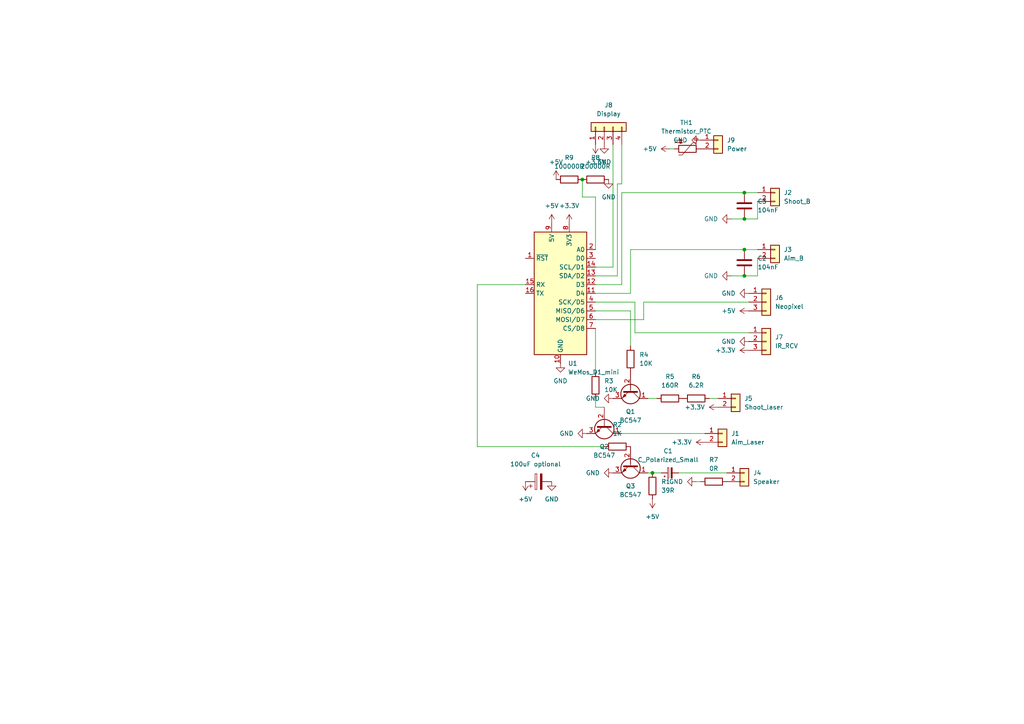
<source format=kicad_sch>
(kicad_sch (version 20230121) (generator eeschema)
  (paper "A4")
  (lib_symbols
    (symbol "Connector_Generic:Conn_01x02" (pin_names (offset 1.016) hide)
      (property "Reference" "J" (at 0 2.54 0))
      (property "Value" "Conn_01x02" (at 0 -5.08 0))
      (symbol "Conn_01x02_1_1"
        (rectangle (start -1.27 -2.413) (end 0 -2.667) (stroke (width 0.1524)))
        (rectangle (start -1.27 0.127) (end 0 -0.127) (stroke (width 0.1524)))
        (rectangle (start -1.27 1.27) (end 1.27 -3.81) (stroke (width 0.254)) (fill (type background)))
        (pin passive line (at -5.08 0 0) (length 3.81) (name "Pin_1") (number "1"))
        (pin passive line (at -5.08 -2.54 0) (length 3.81) (name "Pin_2") (number "2"))
      )
    )
    (symbol "Connector_Generic:Conn_01x03" (pin_names (offset 1.016) hide)
      (property "Reference" "J" (at 0 5.08 0))
      (property "Value" "Conn_01x03" (at 0 -5.08 0))
      (symbol "Conn_01x03_1_1"
        (rectangle (start -1.27 -2.413) (end 0 -2.667) (stroke (width 0.1524)))
        (rectangle (start -1.27 0.127) (end 0 -0.127) (stroke (width 0.1524)))
        (rectangle (start -1.27 2.667) (end 0 2.413) (stroke (width 0.1524)))
        (rectangle (start -1.27 3.81) (end 1.27 -3.81) (stroke (width 0.254)) (fill (type background)))
        (pin passive line (at -5.08 2.54 0) (length 3.81) (name "Pin_1") (number "1"))
        (pin passive line (at -5.08 0 0) (length 3.81) (name "Pin_2") (number "2"))
        (pin passive line (at -5.08 -2.54 0) (length 3.81) (name "Pin_3") (number "3"))
      )
    )
    (symbol "Connector_Generic:Conn_01x04" (pin_names (offset 1.016) hide)
      (property "Reference" "J" (at 0 5.08 0))
      (property "Value" "Conn_01x04" (at 0 -7.62 0))
      (symbol "Conn_01x04_1_1"
        (rectangle (start -1.27 -4.953) (end 0 -5.207) (stroke (width 0.1524)))
        (rectangle (start -1.27 -2.413) (end 0 -2.667) (stroke (width 0.1524)))
        (rectangle (start -1.27 0.127) (end 0 -0.127) (stroke (width 0.1524)))
        (rectangle (start -1.27 2.667) (end 0 2.413) (stroke (width 0.1524)))
        (rectangle (start -1.27 3.81) (end 1.27 -6.35) (stroke (width 0.254)) (fill (type background)))
        (pin passive line (at -5.08 2.54 0) (length 3.81) (name "Pin_1") (number "1"))
        (pin passive line (at -5.08 0 0) (length 3.81) (name "Pin_2") (number "2"))
        (pin passive line (at -5.08 -2.54 0) (length 3.81) (name "Pin_3") (number "3"))
        (pin passive line (at -5.08 -5.08 0) (length 3.81) (name "Pin_4") (number "4"))
      )
    )
    (symbol "Device:C" (pin_numbers hide) (pin_names (offset 0.254))
      (property "Reference" "C" (at 0.635 2.54 0))
      (property "Value" "C" (at 0.635 -2.54 0))
      (symbol "C_0_1"
        (polyline (pts (xy -2.032 -0.762) (xy 2.032 -0.762)) (stroke (width 0.508)))
        (polyline (pts (xy -2.032 0.762) (xy 2.032 0.762)) (stroke (width 0.508)))
      )
      (symbol "C_1_1"
        (pin passive line (at 0 3.81 270) (length 2.794) (name "~") (number "1"))
        (pin passive line (at 0 -3.81 90) (length 2.794) (name "~") (number "2"))
      )
    )
    (symbol "Device:C_Polarized" (pin_numbers hide) (pin_names (offset 0.254))
      (property "Reference" "C" (at 0.635 2.54 0))
      (property "Value" "C_Polarized" (at 0.635 -2.54 0))
      (symbol "C_Polarized_0_1"
        (rectangle (start -2.286 0.508) (end 2.286 1.016))
        (polyline (pts (xy -1.778 2.286) (xy -0.762 2.286)))
        (polyline (pts (xy -1.27 2.794) (xy -1.27 1.778)))
        (rectangle (start 2.286 -0.508) (end -2.286 -1.016) (fill (type outline)))
      )
      (symbol "C_Polarized_1_1"
        (pin passive line (at 0 3.81 270) (length 2.794) (name "~") (number "1"))
        (pin passive line (at 0 -3.81 90) (length 2.794) (name "~") (number "2"))
      )
    )
    (symbol "Device:C_Polarized_Small" (pin_numbers hide) (pin_names (offset 0.254) hide)
      (property "Reference" "C" (at 0.254 1.778 0))
      (property "Value" "C_Polarized_Small" (at 0.254 -2.032 0))
      (symbol "C_Polarized_Small_0_1"
        (rectangle (start -1.524 -0.3048) (end 1.524 -0.6858) (fill (type outline)))
        (rectangle (start -1.524 0.6858) (end 1.524 0.3048))
        (polyline (pts (xy -1.27 1.524) (xy -0.762 1.524)))
        (polyline (pts (xy -1.016 1.27) (xy -1.016 1.778)))
      )
      (symbol "C_Polarized_Small_1_1"
        (pin passive line (at 0 2.54 270) (length 1.8542) (name "~") (number "1"))
        (pin passive line (at 0 -2.54 90) (length 1.8542) (name "~") (number "2"))
      )
    )
    (symbol "Device:R" (pin_numbers hide) (pin_names (offset 0))
      (property "Reference" "R" (at 2.032 0 90))
      (property "Value" "R" (at 0 0 90))
      (symbol "R_0_1"
        (rectangle (start -1.016 -2.54) (end 1.016 2.54) (stroke (width 0.254)))
      )
      (symbol "R_1_1"
        (pin passive line (at 0 3.81 270) (length 1.27) (name "~") (number "1"))
        (pin passive line (at 0 -3.81 90) (length 1.27) (name "~") (number "2"))
      )
    )
    (symbol "Device:Thermistor_PTC" (pin_numbers hide) (pin_names (offset 0))
      (property "Reference" "TH" (at -4.064 0 90))
      (property "Value" "Thermistor_PTC" (at 3.048 0 90))
      (symbol "Thermistor_PTC_0_1"
        (arc (start -3.048 2.159) (mid -3.0495 2.3143) (end -3.175 2.413))
        (arc (start -3.048 2.159) (mid -2.9736 1.9794) (end -2.794 1.905))
        (arc (start -3.048 2.794) (mid -2.9736 2.6144) (end -2.794 2.54))
        (arc (start -2.794 1.905) (mid -2.6144 1.9794) (end -2.54 2.159))
        (arc (start -2.794 2.54) (mid -2.4393 2.5587) (end -2.159 2.794))
        (arc (start -2.794 3.048) (mid -2.9736 2.9736) (end -3.048 2.794))
        (arc (start -2.54 2.794) (mid -2.6144 2.9736) (end -2.794 3.048))
        (rectangle (start -1.016 2.54) (end 1.016 -2.54) (stroke (width 0.254)))
        (polyline (pts (xy -2.54 2.159) (xy -2.54 2.794)))
        (polyline (pts (xy -1.778 2.54) (xy -1.778 1.524) (xy 1.778 -1.524) (xy 1.778 -2.54)))
        (polyline (pts (xy -2.54 -3.683) (xy -2.54 -1.397) (xy -2.794 -2.159) (xy -2.286 -2.159) (xy -2.54 -1.397) (xy -2.54 -1.651)) (fill (type outline)))
        (polyline (pts (xy -1.778 -3.683) (xy -1.778 -1.397) (xy -2.032 -2.159) (xy -1.524 -2.159) (xy -1.778 -1.397) (xy -1.778 -1.651)) (fill (type outline)))
      )
      (symbol "Thermistor_PTC_1_1"
        (pin passive line (at 0 3.81 270) (length 1.27) (name "~") (number "1"))
        (pin passive line (at 0 -3.81 90) (length 1.27) (name "~") (number "2"))
      )
    )
    (symbol "MCU_Module:WeMos_D1_mini"
      (property "Reference" "U" (at 3.81 19.05 0))
      (property "Value" "WeMos_D1_mini" (at 1.27 -19.05 0))
      (symbol "WeMos_D1_mini_1_1"
        (rectangle (start -7.62 17.78) (end 7.62 -17.78) (stroke (width 0.254)) (fill (type background)))
        (pin input line (at -10.16 10.16 0) (length 2.54) (name "~{RST}") (number "1"))
        (pin power_in line (at 0 -20.32 90) (length 2.54) (name "GND") (number "10"))
        (pin bidirectional line (at 10.16 0 180) (length 2.54) (name "D4") (number "11"))
        (pin bidirectional line (at 10.16 2.54 180) (length 2.54) (name "D3") (number "12"))
        (pin bidirectional line (at 10.16 5.08 180) (length 2.54) (name "SDA/D2") (number "13"))
        (pin bidirectional line (at 10.16 7.62 180) (length 2.54) (name "SCL/D1") (number "14"))
        (pin input line (at -10.16 2.54 0) (length 2.54) (name "RX") (number "15"))
        (pin output line (at -10.16 0 0) (length 2.54) (name "TX") (number "16"))
        (pin input line (at 10.16 12.7 180) (length 2.54) (name "A0") (number "2"))
        (pin bidirectional line (at 10.16 10.16 180) (length 2.54) (name "D0") (number "3"))
        (pin bidirectional line (at 10.16 -2.54 180) (length 2.54) (name "SCK/D5") (number "4"))
        (pin bidirectional line (at 10.16 -5.08 180) (length 2.54) (name "MISO/D6") (number "5"))
        (pin bidirectional line (at 10.16 -7.62 180) (length 2.54) (name "MOSI/D7") (number "6"))
        (pin bidirectional line (at 10.16 -10.16 180) (length 2.54) (name "CS/D8") (number "7"))
        (pin power_out line (at 2.54 20.32 270) (length 2.54) (name "3V3") (number "8"))
        (pin power_in line (at -2.54 20.32 270) (length 2.54) (name "5V") (number "9"))
      )
    )
    (symbol "Transistor_BJT:BC547" (pin_names (offset 0) hide)
      (property "Reference" "Q" (at 5.08 1.905 0))
      (property "Value" "BC547" (at 5.08 0 0))
      (symbol "BC547_0_1"
        (polyline (pts (xy 0 0) (xy 0.635 0)))
        (polyline (pts (xy 0.635 0.635) (xy 2.54 2.54)))
        (polyline (pts (xy 0.635 -0.635) (xy 2.54 -2.54) (xy 2.54 -2.54)))
        (polyline (pts (xy 0.635 1.905) (xy 0.635 -1.905) (xy 0.635 -1.905)) (stroke (width 0.508)))
        (polyline (pts (xy 1.27 -1.778) (xy 1.778 -1.27) (xy 2.286 -2.286) (xy 1.27 -1.778) (xy 1.27 -1.778)) (fill (type outline)))
        (circle (center 1.27 0) (radius 2.8194) (stroke (width 0.254)))
      )
      (symbol "BC547_1_1"
        (pin passive line (at 2.54 5.08 270) (length 2.54) (name "C") (number "1"))
        (pin input line (at -5.08 0 0) (length 5.08) (name "B") (number "2"))
        (pin passive line (at 2.54 -5.08 90) (length 2.54) (name "E") (number "3"))
      )
    )
    (symbol "power:+3.3V" (power) (pin_names (offset 0))
      (property "Value" "+3.3V" (at 0 3.556 0))
      (symbol "+3.3V_0_1"
        (polyline (pts (xy -0.762 1.27) (xy 0 2.54)))
        (polyline (pts (xy 0 0) (xy 0 2.54)))
        (polyline (pts (xy 0 2.54) (xy 0.762 1.27)))
      )
      (symbol "+3.3V_1_1"
        (pin power_in line (at 0 0 90) (length 0) hide (name "+3.3V") (number "1"))
      )
    )
    (symbol "power:+5V" (power) (pin_names (offset 0))
      (property "Value" "+5V" (at 0 3.556 0))
      (symbol "+5V_0_1"
        (polyline (pts (xy -0.762 1.27) (xy 0 2.54)))
        (polyline (pts (xy 0 0) (xy 0 2.54)))
        (polyline (pts (xy 0 2.54) (xy 0.762 1.27)))
      )
      (symbol "+5V_1_1"
        (pin power_in line (at 0 0 90) (length 0) hide (name "+5V") (number "1"))
      )
    )
    (symbol "power:GND" (power) (pin_names (offset 0))
      (property "Value" "GND" (at 0 -3.81 0))
      (symbol "GND_0_1"
        (polyline (pts (xy 0 0) (xy 0 -1.27) (xy 1.27 -1.27) (xy 0 -2.54) (xy -1.27 -1.27) (xy 0 -1.27)))
      )
      (symbol "GND_1_1"
        (pin power_in line (at 0 0 270) (length 0) hide (name "GND") (number "1"))
      )
    )
  )
  (junction (at 215.9 55.88))
  (junction (at 215.9 80.01))
  (junction (at 168.91 52.07))
  (junction (at 189.23 137.16))
  (junction (at 215.9 63.5))
  (junction (at 215.9 72.39))
  (wire (pts (xy 187.96 137.16) (xy 189.23 137.16)))
  (wire (pts (xy 187.96 115.57) (xy 190.5 115.57)))
  (wire (pts (xy 212.09 80.01) (xy 215.9 80.01)))
  (wire (pts (xy 177.8 41.91) (xy 177.8 77.47)))
  (wire (pts (xy 215.9 63.5) (xy 219.71 63.5)))
  (wire (pts (xy 182.88 72.39) (xy 215.9 72.39)))
  (wire (pts (xy 215.9 55.88) (xy 180.34 55.88)))
  (wire (pts (xy 201.93 139.7) (xy 203.2 139.7)))
  (wire (pts (xy 219.71 58.42) (xy 219.71 63.5)))
  (wire (pts (xy 196.85 137.16) (xy 210.82 137.16)))
  (wire (pts (xy 184.15 96.52) (xy 217.17 96.52)))
  (wire (pts (xy 172.72 115.57) (xy 172.72 118.11)))
  (wire (pts (xy 217.17 87.63) (xy 186.69 87.63)))
  (wire (pts (xy 179.07 53.34) (xy 179.07 80.01)))
  (wire (pts (xy 184.15 96.52) (xy 184.15 87.63)))
  (wire (pts (xy 186.69 92.71) (xy 172.72 92.71)))
  (wire (pts (xy 219.71 74.93) (xy 219.71 80.01)))
  (wire (pts (xy 215.9 80.01) (xy 219.71 80.01)))
  (wire (pts (xy 177.8 77.47) (xy 172.72 77.47)))
  (wire (pts (xy 172.72 82.55) (xy 180.34 82.55)))
  (wire (pts (xy 186.69 87.63) (xy 186.69 92.71)))
  (wire (pts (xy 172.72 118.11) (xy 175.26 118.11)))
  (wire (pts (xy 215.9 55.88) (xy 219.71 55.88)))
  (wire (pts (xy 180.34 55.88) (xy 180.34 82.55)))
  (wire (pts (xy 184.15 87.63) (xy 172.72 87.63)))
  (wire (pts (xy 172.72 72.39) (xy 172.72 57.15)))
  (wire (pts (xy 180.34 41.91) (xy 180.34 53.34)))
  (wire (pts (xy 182.88 90.17) (xy 182.88 100.33)))
  (wire (pts (xy 172.72 85.09) (xy 182.88 85.09)))
  (wire (pts (xy 215.9 72.39) (xy 219.71 72.39)))
  (wire (pts (xy 138.43 129.54) (xy 175.26 129.54)))
  (wire (pts (xy 212.09 63.5) (xy 215.9 63.5)))
  (wire (pts (xy 138.43 129.54) (xy 138.43 82.55)))
  (wire (pts (xy 205.74 115.57) (xy 208.28 115.57)))
  (wire (pts (xy 180.34 125.73) (xy 204.47 125.73)))
  (wire (pts (xy 194.31 43.18) (xy 195.58 43.18)))
  (wire (pts (xy 189.23 137.16) (xy 191.77 137.16)))
  (wire (pts (xy 138.43 82.55) (xy 152.4 82.55)))
  (wire (pts (xy 182.88 85.09) (xy 182.88 72.39)))
  (wire (pts (xy 172.72 57.15) (xy 168.91 57.15)))
  (wire (pts (xy 168.91 57.15) (xy 168.91 52.07)))
  (wire (pts (xy 179.07 80.01) (xy 172.72 80.01)))
  (wire (pts (xy 172.72 95.25) (xy 172.72 107.95)))
  (wire (pts (xy 182.88 90.17) (xy 172.72 90.17)))
  (wire (pts (xy 180.34 53.34) (xy 179.07 53.34)))
  (symbol (lib_id "Connector_Generic:Conn_01x02") (at 209.55 125.73 0) (unit 1)
    (property "Reference" "J1" (at 212.09 125.73 0) (effects (justify left)))
    (property "Value" "Aim_Laser" (at 212.09 128.27 0) (effects (justify left)))
    (property "Footprint" "Connector_PinHeader_2.54mm:PinHeader_1x02_P2.54mm_Vertical" (effects hide))
  )
  (symbol (lib_id "Transistor_BJT:BC547") (at 182.88 134.62 270) (unit 1)
    (property "Reference" "Q3" (at 182.88 140.97 90))
    (property "Value" "BC547" (at 182.88 143.51 90))
    (property "Footprint" "Package_TO_SOT_THT:TO-92_Inline" (effects hide))
    (property "Datasheet" "https://www.onsemi.com/pub/Collateral/BC550-D.pdf" (effects hide))
  )
  (symbol (lib_id "power:+5V") (at 189.23 144.78 180) (unit 1)
    (property "Reference" "#PWR012" (effects hide))
    (property "Value" "+5V" (at 189.23 149.86 0))
  )
  (symbol (lib_id "Device:C") (at 215.9 76.2 180) (unit 1)
    (property "Reference" "C2" (at 219.71 74.93 0) (effects (justify right)))
    (property "Value" "104nF" (at 219.71 77.47 0) (effects (justify right)))
    (property "Footprint" "Capacitor_THT:C_Disc_D5.0mm_W2.5mm_P2.50mm" (effects hide))
  )
  (symbol (lib_id "Device:R") (at 172.72 111.76 180) (unit 1)
    (property "Reference" "R3" (at 175.26 110.49 0) (effects (justify right)))
    (property "Value" "10K" (at 175.26 113.03 0) (effects (justify right)))
    (property "Footprint" "Resistor_THT:R_Axial_DIN0204_L3.6mm_D1.6mm_P7.62mm_Horizontal" (effects hide))
  )
  (symbol (lib_id "Connector_Generic:Conn_01x02") (at 213.36 115.57 0) (unit 1)
    (property "Reference" "J5" (at 215.9 115.57 0) (effects (justify left)))
    (property "Value" "Shoot_laser" (at 215.9 118.11 0) (effects (justify left)))
    (property "Footprint" "Connector_PinHeader_2.54mm:PinHeader_1x02_P2.54mm_Vertical" (effects hide))
  )
  (symbol (lib_id "power:GND") (at 177.8 115.57 270) (unit 1)
    (property "Reference" "#PWR09" (effects hide))
    (property "Value" "GND" (at 173.99 115.57 90) (effects (justify right)))
  )
  (symbol (lib_id "power:GND") (at 170.18 125.73 270) (unit 1)
    (property "Reference" "#PWR010" (effects hide))
    (property "Value" "GND" (at 166.37 125.73 90) (effects (justify right)))
  )
  (symbol (lib_id "Device:C") (at 215.9 59.69 180) (unit 1)
    (property "Reference" "C3" (at 219.71 58.42 0) (effects (justify right)))
    (property "Value" "104nF" (at 219.71 60.96 0) (effects (justify right)))
    (property "Footprint" "Capacitor_THT:C_Disc_D5.0mm_W2.5mm_P2.50mm" (effects hide))
  )
  (symbol (lib_id "Device:R") (at 201.93 115.57 90) (unit 1)
    (property "Reference" "R6" (at 201.93 109.22 90))
    (property "Value" "6.2R" (at 201.93 111.76 90))
    (property "Footprint" "Resistor_THT:R_Axial_DIN0204_L3.6mm_D1.6mm_P7.62mm_Horizontal" (effects hide))
  )
  (symbol (lib_id "Device:Thermistor_PTC") (at 199.39 43.18 270) (unit 1)
    (property "Reference" "TH1" (at 199.0725 35.56 90))
    (property "Value" "Thermistor_PTC" (at 199.0725 38.1 90))
    (property "Footprint" "Capacitor_THT:C_Disc_D5.0mm_W2.5mm_P2.50mm" (effects hide))
  )
  (symbol (lib_id "power:+3.3V") (at 204.47 128.27 90) (unit 1)
    (property "Reference" "#PWR07" (effects hide))
    (property "Value" "+3.3V" (at 200.66 128.27 90) (effects (justify left)))
  )
  (symbol (lib_id "power:GND") (at 176.53 52.07 0) (unit 1)
    (property "Reference" "#PWR024" (effects hide))
    (property "Value" "GND" (at 176.53 57.15 0))
  )
  (symbol (lib_id "power:+5V") (at 152.4 139.7 180) (unit 1)
    (property "Reference" "#PWR021" (effects hide))
    (property "Value" "+5V" (at 152.4 144.78 0))
  )
  (symbol (lib_id "power:+5V") (at 194.31 43.18 90) (unit 1)
    (property "Reference" "#PWR020" (effects hide))
    (property "Value" "+5V" (at 190.5 43.18 90) (effects (justify left)))
  )
  (symbol (lib_id "Device:R") (at 165.1 52.07 90) (unit 1)
    (property "Reference" "R9" (at 165.1 45.72 90))
    (property "Value" "100000R" (at 165.1 48.26 90))
    (property "Footprint" "Resistor_THT:R_Axial_DIN0204_L3.6mm_D1.6mm_P7.62mm_Horizontal" (effects hide))
  )
  (symbol (lib_id "power:GND") (at 217.17 99.06 270) (unit 1)
    (property "Reference" "#PWR015" (effects hide))
    (property "Value" "GND" (at 213.36 99.06 90) (effects (justify right)))
  )
  (symbol (lib_id "power:GND") (at 212.09 80.01 270) (unit 1)
    (property "Reference" "#PWR05" (effects hide))
    (property "Value" "GND" (at 208.28 80.01 90) (effects (justify right)))
  )
  (symbol (lib_id "Device:R") (at 207.01 139.7 90) (unit 1)
    (property "Reference" "R7" (at 207.01 133.35 90))
    (property "Value" "0R" (at 207.01 135.89 90))
    (property "Footprint" "Resistor_THT:R_Axial_DIN0204_L3.6mm_D1.6mm_P7.62mm_Horizontal" (effects hide))
  )
  (symbol (lib_id "power:+5V") (at 161.29 52.07 0) (unit 1)
    (property "Reference" "#PWR023" (effects hide))
    (property "Value" "+5V" (at 161.29 46.99 0))
  )
  (symbol (lib_id "Device:R") (at 179.07 129.54 90) (unit 1)
    (property "Reference" "R2" (at 179.07 123.19 90))
    (property "Value" "1K" (at 179.07 125.73 90))
    (property "Footprint" "Resistor_THT:R_Axial_DIN0204_L3.6mm_D1.6mm_P7.62mm_Horizontal" (effects hide))
  )
  (symbol (lib_id "power:+3.3V") (at 208.28 118.11 90) (unit 1)
    (property "Reference" "#PWR06" (effects hide))
    (property "Value" "+3.3V" (at 204.47 118.11 90) (effects (justify left)))
  )
  (symbol (lib_id "Connector_Generic:Conn_01x03") (at 222.25 87.63 0) (unit 1)
    (property "Reference" "J6" (at 224.79 86.36 0) (effects (justify left)))
    (property "Value" "Neopixel" (at 224.79 88.9 0) (effects (justify left)))
    (property "Footprint" "Connector_PinHeader_2.54mm:PinHeader_1x03_P2.54mm_Vertical" (effects hide))
  )
  (symbol (lib_id "power:+3.3V") (at 165.1 64.77 0) (unit 1)
    (property "Reference" "#PWR02" (effects hide))
    (property "Value" "+3.3V" (at 165.1 59.69 0))
  )
  (symbol (lib_id "Device:C_Polarized") (at 156.21 139.7 90) (unit 1)
    (property "Reference" "C4" (at 155.321 132.08 90))
    (property "Value" "100uF optional" (at 155.321 134.62 90))
    (property "Footprint" "Capacitor_THT:CP_Radial_D6.3mm_P2.50mm" (effects hide))
  )
  (symbol (lib_id "power:GND") (at 175.26 41.91 0) (unit 1)
    (property "Reference" "#PWR018" (effects hide))
    (property "Value" "GND" (at 175.26 46.99 0))
  )
  (symbol (lib_id "Device:R") (at 189.23 140.97 0) (unit 1)
    (property "Reference" "R1" (at 191.77 139.7 0) (effects (justify left)))
    (property "Value" "39R" (at 191.77 142.24 0) (effects (justify left)))
    (property "Footprint" "Resistor_THT:R_Axial_DIN0204_L3.6mm_D1.6mm_P7.62mm_Horizontal" (effects hide))
  )
  (symbol (lib_id "Device:R") (at 194.31 115.57 90) (unit 1)
    (property "Reference" "R5" (at 194.31 109.22 90))
    (property "Value" "160R" (at 194.31 111.76 90))
    (property "Footprint" "Resistor_THT:R_Axial_DIN0204_L3.6mm_D1.6mm_P7.62mm_Horizontal" (effects hide))
  )
  (symbol (lib_id "Connector_Generic:Conn_01x04") (at 175.26 36.83 90) (unit 1)
    (property "Reference" "J8" (at 176.53 30.48 90))
    (property "Value" "Display" (at 176.53 33.02 90))
    (property "Footprint" "Connector_PinHeader_2.54mm:PinHeader_1x04_P2.54mm_Vertical" (effects hide))
  )
  (symbol (lib_id "Device:C_Polarized_Small") (at 194.31 137.16 90) (unit 1)
    (property "Reference" "C1" (at 193.7639 130.81 90))
    (property "Value" "C_Polarized_Small" (at 193.7639 133.35 90))
    (property "Footprint" "Capacitor_THT:C_Disc_D5.0mm_W2.5mm_P2.50mm" (effects hide))
  )
  (symbol (lib_id "power:+3.3V") (at 217.17 101.6 90) (unit 1)
    (property "Reference" "#PWR016" (effects hide))
    (property "Value" "+3.3V" (at 213.36 101.6 90) (effects (justify left)))
  )
  (symbol (lib_id "power:+5V") (at 160.02 64.77 0) (unit 1)
    (property "Reference" "#PWR03" (effects hide))
    (property "Value" "+5V" (at 160.02 59.69 0))
  )
  (symbol (lib_id "Transistor_BJT:BC547") (at 175.26 123.19 270) (unit 1)
    (property "Reference" "Q2" (at 175.26 129.54 90))
    (property "Value" "BC547" (at 175.26 132.08 90))
    (property "Footprint" "Package_TO_SOT_THT:TO-92_Inline" (effects hide))
    (property "Datasheet" "https://www.onsemi.com/pub/Collateral/BC550-D.pdf" (effects hide))
  )
  (symbol (lib_id "Connector_Generic:Conn_01x02") (at 224.79 72.39 0) (unit 1)
    (property "Reference" "J3" (at 227.33 72.39 0) (effects (justify left)))
    (property "Value" "Aim_B" (at 227.33 74.93 0) (effects (justify left)))
    (property "Footprint" "Connector_PinHeader_2.54mm:PinHeader_1x02_P2.54mm_Vertical" (effects hide))
  )
  (symbol (lib_id "Connector_Generic:Conn_01x02") (at 224.79 55.88 0) (unit 1)
    (property "Reference" "J2" (at 227.33 55.88 0) (effects (justify left)))
    (property "Value" "Shoot_B" (at 227.33 58.42 0) (effects (justify left)))
    (property "Footprint" "Connector_PinHeader_2.54mm:PinHeader_1x02_P2.54mm_Vertical" (effects hide))
  )
  (symbol (lib_id "MCU_Module:WeMos_D1_mini") (at 162.56 85.09 0) (unit 1)
    (property "Reference" "U1" (at 164.7541 105.41 0) (effects (justify left)))
    (property "Value" "WeMos_D1_mini" (at 164.7541 107.95 0) (effects (justify left)))
    (property "Footprint" "Module:WEMOS_D1_mini_light" (effects hide))
    (property "Datasheet" "https://wiki.wemos.cc/products:d1:d1_mini#documentation" (effects hide))
  )
  (symbol (lib_id "Transistor_BJT:BC547") (at 182.88 113.03 270) (unit 1)
    (property "Reference" "Q1" (at 182.88 119.38 90))
    (property "Value" "BC547" (at 182.88 121.92 90))
    (property "Footprint" "Package_TO_SOT_THT:TO-92_Inline" (effects hide))
    (property "Datasheet" "https://www.onsemi.com/pub/Collateral/BC550-D.pdf" (effects hide))
  )
  (symbol (lib_id "Connector_Generic:Conn_01x03") (at 222.25 99.06 0) (unit 1)
    (property "Reference" "J7" (at 224.79 97.79 0) (effects (justify left)))
    (property "Value" "IR_RCV" (at 224.79 100.33 0) (effects (justify left)))
    (property "Footprint" "Connector_PinHeader_2.54mm:PinHeader_1x03_P2.54mm_Vertical" (effects hide))
  )
  (symbol (lib_id "Device:R") (at 172.72 52.07 90) (unit 1)
    (property "Reference" "R8" (at 172.72 45.72 90))
    (property "Value" "200000R" (at 172.72 48.26 90))
    (property "Footprint" "Resistor_THT:R_Axial_DIN0204_L3.6mm_D1.6mm_P7.62mm_Horizontal" (effects hide))
  )
  (symbol (lib_id "power:+3.3V") (at 172.72 41.91 180) (unit 1)
    (property "Reference" "#PWR017" (effects hide))
    (property "Value" "+3.3V" (at 172.72 46.99 0))
  )
  (symbol (lib_id "power:GND") (at 162.56 105.41 0) (unit 1)
    (property "Reference" "#PWR01" (effects hide))
    (property "Value" "GND" (at 162.56 110.49 0))
  )
  (symbol (lib_id "power:GND") (at 203.2 40.64 270) (unit 1)
    (property "Reference" "#PWR019" (effects hide))
    (property "Value" "GND" (at 199.39 40.64 90) (effects (justify right)))
  )
  (symbol (lib_id "power:GND") (at 177.8 137.16 270) (unit 1)
    (property "Reference" "#PWR011" (effects hide))
    (property "Value" "GND" (at 173.99 137.16 90) (effects (justify right)))
  )
  (symbol (lib_id "power:GND") (at 212.09 63.5 270) (unit 1)
    (property "Reference" "#PWR04" (effects hide))
    (property "Value" "GND" (at 208.28 63.5 90) (effects (justify right)))
  )
  (symbol (lib_id "power:GND") (at 160.02 139.7 0) (unit 1)
    (property "Reference" "#PWR022" (effects hide))
    (property "Value" "GND" (at 160.02 144.78 0))
  )
  (symbol (lib_id "Device:R") (at 182.88 104.14 180) (unit 1)
    (property "Reference" "R4" (at 185.42 102.87 0) (effects (justify right)))
    (property "Value" "10K" (at 185.42 105.41 0) (effects (justify right)))
    (property "Footprint" "Resistor_THT:R_Axial_DIN0204_L3.6mm_D1.6mm_P7.62mm_Horizontal" (effects hide))
  )
  (symbol (lib_id "power:GND") (at 201.93 139.7 270) (unit 1)
    (property "Reference" "#PWR08" (effects hide))
    (property "Value" "GND" (at 198.12 139.7 90) (effects (justify right)))
  )
  (symbol (lib_id "Connector_Generic:Conn_01x02") (at 208.28 40.64 0) (unit 1)
    (property "Reference" "J9" (at 210.82 40.64 0) (effects (justify left)))
    (property "Value" "Power" (at 210.82 43.18 0) (effects (justify left)))
    (property "Footprint" "Connector_PinHeader_2.54mm:PinHeader_1x02_P2.54mm_Vertical" (effects hide))
  )
  (symbol (lib_id "Connector_Generic:Conn_01x02") (at 215.9 137.16 0) (unit 1)
    (property "Reference" "J4" (at 218.44 137.16 0) (effects (justify left)))
    (property "Value" "Speaker" (at 218.44 139.7 0) (effects (justify left)))
    (property "Footprint" "Connector_PinHeader_2.54mm:PinHeader_1x02_P2.54mm_Vertical" (effects hide))
  )
  (symbol (lib_id "power:GND") (at 217.17 85.09 270) (unit 1)
    (property "Reference" "#PWR013" (effects hide))
    (property "Value" "GND" (at 213.36 85.09 90) (effects (justify right)))
  )
  (symbol (lib_id "power:+5V") (at 217.17 90.17 90) (unit 1)
    (property "Reference" "#PWR014" (effects hide))
    (property "Value" "+5V" (at 213.36 90.17 90) (effects (justify left)))
  )
)
</source>
